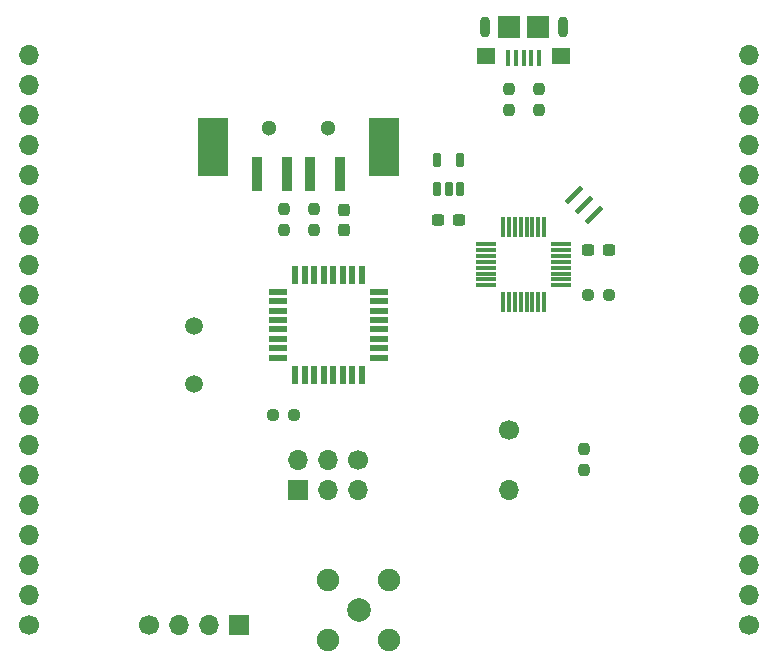
<source format=gbr>
%TF.GenerationSoftware,KiCad,Pcbnew,(6.0.5)*%
%TF.CreationDate,2022-09-12T21:51:21+10:00*%
%TF.ProjectId,shield,73686965-6c64-42e6-9b69-6361645f7063,rev?*%
%TF.SameCoordinates,Original*%
%TF.FileFunction,Soldermask,Top*%
%TF.FilePolarity,Negative*%
%FSLAX46Y46*%
G04 Gerber Fmt 4.6, Leading zero omitted, Abs format (unit mm)*
G04 Created by KiCad (PCBNEW (6.0.5)) date 2022-09-12 21:51:21*
%MOMM*%
%LPD*%
G01*
G04 APERTURE LIST*
G04 Aperture macros list*
%AMRoundRect*
0 Rectangle with rounded corners*
0 $1 Rounding radius*
0 $2 $3 $4 $5 $6 $7 $8 $9 X,Y pos of 4 corners*
0 Add a 4 corners polygon primitive as box body*
4,1,4,$2,$3,$4,$5,$6,$7,$8,$9,$2,$3,0*
0 Add four circle primitives for the rounded corners*
1,1,$1+$1,$2,$3*
1,1,$1+$1,$4,$5*
1,1,$1+$1,$6,$7*
1,1,$1+$1,$8,$9*
0 Add four rect primitives between the rounded corners*
20,1,$1+$1,$2,$3,$4,$5,0*
20,1,$1+$1,$4,$5,$6,$7,0*
20,1,$1+$1,$6,$7,$8,$9,0*
20,1,$1+$1,$8,$9,$2,$3,0*%
%AMRotRect*
0 Rectangle, with rotation*
0 The origin of the aperture is its center*
0 $1 length*
0 $2 width*
0 $3 Rotation angle, in degrees counterclockwise*
0 Add horizontal line*
21,1,$1,$2,0,0,$3*%
G04 Aperture macros list end*
%ADD10RotRect,0.400000X1.900000X135.000000*%
%ADD11C,2.006600*%
%ADD12C,1.905000*%
%ADD13C,0.500000*%
%ADD14R,0.400000X1.350000*%
%ADD15R,1.600000X1.400000*%
%ADD16R,1.900000X1.900000*%
%ADD17O,0.900000X1.800000*%
%ADD18C,1.700000*%
%ADD19O,1.700000X1.700000*%
%ADD20R,1.700000X1.700000*%
%ADD21RoundRect,0.237500X0.237500X-0.300000X0.237500X0.300000X-0.237500X0.300000X-0.237500X-0.300000X0*%
%ADD22RoundRect,0.237500X-0.250000X-0.237500X0.250000X-0.237500X0.250000X0.237500X-0.250000X0.237500X0*%
%ADD23R,1.600000X0.550000*%
%ADD24R,0.550000X1.600000*%
%ADD25RoundRect,0.237500X0.300000X0.237500X-0.300000X0.237500X-0.300000X-0.237500X0.300000X-0.237500X0*%
%ADD26RoundRect,0.011200X-0.768800X-0.128800X0.768800X-0.128800X0.768800X0.128800X-0.768800X0.128800X0*%
%ADD27RoundRect,0.011200X0.128800X-0.768800X0.128800X0.768800X-0.128800X0.768800X-0.128800X-0.768800X0*%
%ADD28RoundRect,0.237500X0.237500X-0.250000X0.237500X0.250000X-0.237500X0.250000X-0.237500X-0.250000X0*%
%ADD29RoundRect,0.237500X-0.237500X0.250000X-0.237500X-0.250000X0.237500X-0.250000X0.237500X0.250000X0*%
%ADD30C,1.500000*%
%ADD31RoundRect,0.090000X0.210000X-0.520000X0.210000X0.520000X-0.210000X0.520000X-0.210000X-0.520000X0*%
%ADD32C,1.300000*%
%ADD33RoundRect,0.054000X0.396000X1.346000X-0.396000X1.346000X-0.396000X-1.346000X0.396000X-1.346000X0*%
%ADD34R,2.500000X5.000000*%
G04 APERTURE END LIST*
D10*
%TO.C,Y2*%
X98638528Y-78318528D03*
X97790000Y-77470000D03*
X96941472Y-76621472D03*
%TD*%
D11*
%TO.C,J7*%
X78740000Y-111760000D03*
D12*
X76187300Y-109207300D03*
X76187300Y-114312700D03*
X81292700Y-114312700D03*
X81292700Y-109207300D03*
%TD*%
D13*
%TO.C,J4*%
X89410000Y-62407800D03*
X96010000Y-62407800D03*
D14*
X94010000Y-65082800D03*
X93360000Y-65082800D03*
X92710000Y-65082800D03*
X92060000Y-65082800D03*
X91410000Y-65082800D03*
D15*
X95910000Y-64857800D03*
X89510000Y-64857800D03*
D16*
X91510000Y-62407800D03*
X93910000Y-62407800D03*
D17*
X96009993Y-62407800D03*
X89410000Y-62407800D03*
%TD*%
D18*
%TO.C,J3*%
X78724989Y-99054996D03*
D19*
X78725000Y-101595000D03*
X76185000Y-99055000D03*
X76185000Y-101595000D03*
X73645000Y-99055000D03*
D20*
X73644989Y-101594996D03*
%TD*%
D21*
%TO.C,C2*%
X77470000Y-79602500D03*
X77470000Y-77877500D03*
%TD*%
D22*
%TO.C,R1*%
X71477500Y-95250000D03*
X73302500Y-95250000D03*
%TD*%
D23*
%TO.C,U1*%
X71950000Y-84830000D03*
X71950000Y-85630000D03*
X71950000Y-86430000D03*
X71950000Y-87230000D03*
X71950000Y-88030000D03*
X71950000Y-88830000D03*
X71950000Y-89630000D03*
X71950000Y-90430000D03*
D24*
X73400000Y-91880000D03*
X74200000Y-91880000D03*
X75000000Y-91880000D03*
X75800000Y-91880000D03*
X76600000Y-91880000D03*
X77400000Y-91880000D03*
X78200000Y-91880000D03*
X79000000Y-91880000D03*
D23*
X80450000Y-90430000D03*
X80450000Y-89630000D03*
X80450000Y-88830000D03*
X80450000Y-88030000D03*
X80450000Y-87230000D03*
X80450000Y-86430000D03*
X80450000Y-85630000D03*
X80450000Y-84830000D03*
D24*
X79000000Y-83380000D03*
X78200000Y-83380000D03*
X77400000Y-83380000D03*
X76600000Y-83380000D03*
X75800000Y-83380000D03*
X75000000Y-83380000D03*
X74200000Y-83380000D03*
X73400000Y-83380000D03*
%TD*%
D18*
%TO.C,J1*%
X50800000Y-113030000D03*
D19*
X50800000Y-110490000D03*
X50800000Y-107950000D03*
X50800000Y-105410000D03*
X50800000Y-102870000D03*
X50800000Y-100330000D03*
X50800000Y-97790000D03*
X50800000Y-95250000D03*
X50800000Y-92710000D03*
X50800000Y-90170000D03*
X50800000Y-87630000D03*
X50800000Y-85090000D03*
X50800000Y-82550000D03*
X50800000Y-80010000D03*
X50800000Y-77470000D03*
X50800000Y-74930000D03*
X50800000Y-72390000D03*
X50800000Y-69850000D03*
X50800000Y-67310000D03*
X50800000Y-64770000D03*
%TD*%
D25*
%TO.C,C1*%
X87222500Y-78740000D03*
X85497500Y-78740000D03*
%TD*%
D22*
%TO.C,R3*%
X98147500Y-85090000D03*
X99972500Y-85090000D03*
%TD*%
D26*
%TO.C,U3*%
X89530000Y-80800000D03*
X89530000Y-81300000D03*
X89530000Y-81800000D03*
X89530000Y-82300000D03*
X89530000Y-82800000D03*
X89530000Y-83300000D03*
X89530000Y-83800000D03*
X89530000Y-84300000D03*
D27*
X90960000Y-85730000D03*
X91460000Y-85730000D03*
X91960000Y-85730000D03*
X92460000Y-85730000D03*
X92960000Y-85730000D03*
X93460000Y-85730000D03*
X93960000Y-85730000D03*
X94460000Y-85730000D03*
D26*
X95890000Y-84300000D03*
X95890000Y-83800000D03*
X95890000Y-83300000D03*
X95890000Y-82800000D03*
X95890000Y-82300000D03*
X95890000Y-81800000D03*
X95890000Y-81300000D03*
X95890000Y-80800000D03*
D27*
X94460000Y-79370000D03*
X93960000Y-79370000D03*
X93460000Y-79370000D03*
X92960000Y-79370000D03*
X92460000Y-79370000D03*
X91960000Y-79370000D03*
X91460000Y-79370000D03*
X90960000Y-79370000D03*
%TD*%
D18*
%TO.C,J2*%
X111760003Y-113030000D03*
D19*
X111760000Y-110490000D03*
X111760000Y-107950000D03*
X111760000Y-105410000D03*
X111760000Y-102870000D03*
X111760000Y-100330000D03*
X111760000Y-97790000D03*
X111760000Y-95250000D03*
X111760000Y-92710000D03*
X111760000Y-90170000D03*
X111760000Y-87630000D03*
X111760000Y-85090000D03*
X111760000Y-82550000D03*
X111760000Y-80010000D03*
X111760000Y-77470000D03*
X111760000Y-74930000D03*
X111760000Y-72390000D03*
X111760000Y-69850000D03*
X111760000Y-67310000D03*
X111760000Y-64770000D03*
%TD*%
D28*
%TO.C,R4*%
X74930000Y-79652500D03*
X74930000Y-77827500D03*
%TD*%
D18*
%TO.C,J6*%
X60970000Y-113030000D03*
D19*
X63510000Y-113030000D03*
X66050000Y-113030000D03*
D20*
X68590000Y-113030000D03*
%TD*%
D28*
%TO.C,R7*%
X91440000Y-69492500D03*
X91440000Y-67667500D03*
%TD*%
D29*
%TO.C,R2*%
X97790000Y-98147500D03*
X97790000Y-99972500D03*
%TD*%
D30*
%TO.C,Y1*%
X64770000Y-92620000D03*
X64770000Y-87740000D03*
%TD*%
D31*
%TO.C,U2*%
X85410000Y-76175000D03*
X86360000Y-76175000D03*
X87310000Y-76175000D03*
X87310000Y-73685000D03*
X85410000Y-73685000D03*
%TD*%
D25*
%TO.C,C3*%
X99922500Y-81280000D03*
X98197500Y-81280000D03*
%TD*%
D18*
%TO.C,SW1*%
X91440000Y-96535000D03*
D19*
X91440000Y-101615000D03*
%TD*%
D28*
%TO.C,R6*%
X93980000Y-69492500D03*
X93980000Y-67667500D03*
%TD*%
%TO.C,R5*%
X72390000Y-79652500D03*
X72390000Y-77827500D03*
%TD*%
D32*
%TO.C,J5*%
X76160000Y-70980000D03*
X71160000Y-70980000D03*
D33*
X77160000Y-74830000D03*
X74660000Y-74830000D03*
X72660000Y-74830000D03*
X70160000Y-74830000D03*
D34*
X80910000Y-72580000D03*
X66410000Y-72580000D03*
%TD*%
M02*

</source>
